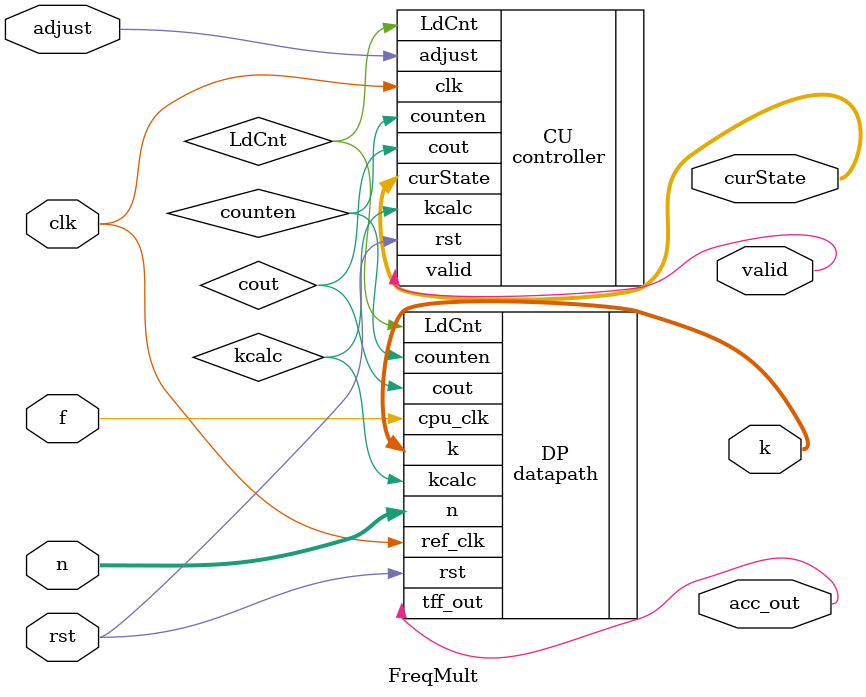
<source format=sv>
`timescale 1ps/1ps
module FreqMult(clk, rst, f, adjust, n, valid, acc_out, k, curState);
    input clk, rst, f, adjust;
    input [2:0] n;
    output valid;
    output acc_out;
    output [7:0] k;
	 output [2:0] curState;
      
    wire LdCnt, counten, cout, kcalc; 
	 //wire isInCalcK, isInCounterLoad;
    datapath DP(.ref_clk(clk), .rst(rst), .cpu_clk(f), .n(n), .LdCnt(LdCnt), .counten(counten),
                .cout(cout), .kcalc(kcalc), .k(k), .tff_out(acc_out));
                
    controller CU(.clk(clk), .rst(rst), .adjust(adjust), .kcalc(kcalc), .cout(cout), .valid(valid), 
                  .LdCnt(LdCnt), .counten(counten), .curState(curState));
                  
endmodule
</source>
